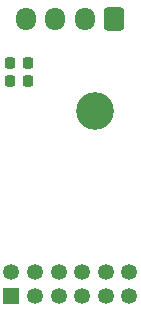
<source format=gbr>
%TF.GenerationSoftware,KiCad,Pcbnew,9.0.6*%
%TF.CreationDate,2025-12-29T21:28:49-05:00*%
%TF.ProjectId,plimsoll,706c696d-736f-46c6-9c2e-6b696361645f,rev?*%
%TF.SameCoordinates,Original*%
%TF.FileFunction,Soldermask,Bot*%
%TF.FilePolarity,Negative*%
%FSLAX46Y46*%
G04 Gerber Fmt 4.6, Leading zero omitted, Abs format (unit mm)*
G04 Created by KiCad (PCBNEW 9.0.6) date 2025-12-29 21:28:49*
%MOMM*%
%LPD*%
G01*
G04 APERTURE LIST*
G04 Aperture macros list*
%AMRoundRect*
0 Rectangle with rounded corners*
0 $1 Rounding radius*
0 $2 $3 $4 $5 $6 $7 $8 $9 X,Y pos of 4 corners*
0 Add a 4 corners polygon primitive as box body*
4,1,4,$2,$3,$4,$5,$6,$7,$8,$9,$2,$3,0*
0 Add four circle primitives for the rounded corners*
1,1,$1+$1,$2,$3*
1,1,$1+$1,$4,$5*
1,1,$1+$1,$6,$7*
1,1,$1+$1,$8,$9*
0 Add four rect primitives between the rounded corners*
20,1,$1+$1,$2,$3,$4,$5,0*
20,1,$1+$1,$4,$5,$6,$7,0*
20,1,$1+$1,$6,$7,$8,$9,0*
20,1,$1+$1,$8,$9,$2,$3,0*%
G04 Aperture macros list end*
%ADD10RoundRect,0.250000X0.600000X0.725000X-0.600000X0.725000X-0.600000X-0.725000X0.600000X-0.725000X0*%
%ADD11O,1.700000X1.950000*%
%ADD12C,3.200000*%
%ADD13RoundRect,0.225000X-0.225000X-0.250000X0.225000X-0.250000X0.225000X0.250000X-0.225000X0.250000X0*%
%ADD14R,1.350000X1.350000*%
%ADD15C,1.350000*%
G04 APERTURE END LIST*
D10*
%TO.C,J3*%
X38200000Y-24060000D03*
D11*
X35700000Y-24060000D03*
X33200000Y-24060000D03*
X30700000Y-24060000D03*
%TD*%
D12*
%TO.C,H1*%
X36600000Y-31839706D03*
%TD*%
D13*
%TO.C,C2*%
X29350000Y-29350000D03*
X30900000Y-29350000D03*
%TD*%
D14*
%TO.C,J1*%
X29480000Y-47480000D03*
D15*
X29480000Y-45480000D03*
X31480000Y-47480000D03*
X31480000Y-45480000D03*
X33480000Y-47480000D03*
X33480000Y-45480000D03*
X35480000Y-47480000D03*
X35480000Y-45480000D03*
X37480000Y-47480000D03*
X37480000Y-45480000D03*
X39480000Y-47480000D03*
X39480000Y-45480000D03*
%TD*%
D13*
%TO.C,C1*%
X29350000Y-27800000D03*
X30900000Y-27800000D03*
%TD*%
M02*

</source>
